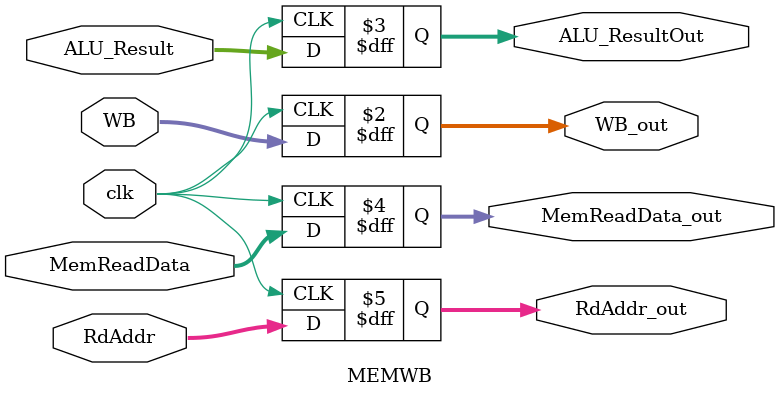
<source format=v>
module MEMWB(clk, WB, ALU_Result, MemReadData, RdAddr, WB_out, ALU_ResultOut, MemReadData_out, RdAddr_out);
	input clk;
	input[1:0] WB;
	input[31:0] ALU_Result, MemReadData;
	input[4:0] RdAddr;
	output reg[1:0] WB_out;
	output reg[31:0] ALU_ResultOut, MemReadData_out;
	output reg[4:0] RdAddr_out;
	always@(posedge clk)begin
		WB_out = WB;
		ALU_ResultOut = ALU_Result;
		MemReadData_out = MemReadData;
		RdAddr_out = RdAddr;
	end
endmodule

</source>
